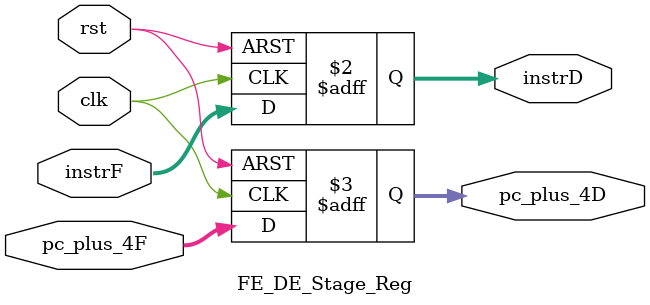
<source format=v>
`timescale 1ns / 1ps

module FE_DE_Stage_Reg(
        input   wire            clk, rst,
        input   wire    [31:0]  instrF,
        input   wire    [31:0]  pc_plus_4F,
        
        output  reg     [31:0]  instrD,
        output  reg     [31:0]  pc_plus_4D
    );
    
    always @ (posedge clk, posedge rst) begin
        if (rst) begin
            instrD      <= 0;
            pc_plus_4D  <= 0;
        end
        else begin
            instrD      <= instrF;
            pc_plus_4D  <= pc_plus_4F;
        end
    end
endmodule
</source>
